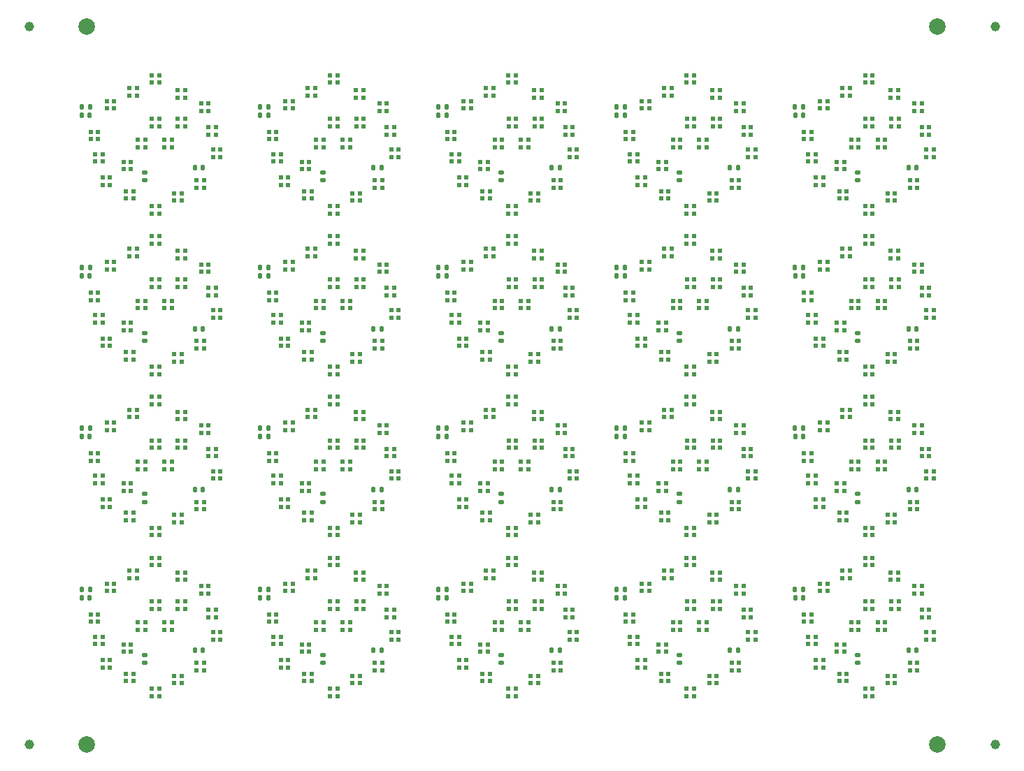
<source format=gbr>
%TF.GenerationSoftware,KiCad,Pcbnew,8.0.4*%
%TF.CreationDate,2024-10-23T13:10:21+11:00*%
%TF.ProjectId,panel,70616e65-6c2e-46b6-9963-61645f706362,rev?*%
%TF.SameCoordinates,Original*%
%TF.FileFunction,Soldermask,Top*%
%TF.FilePolarity,Negative*%
%FSLAX46Y46*%
G04 Gerber Fmt 4.6, Leading zero omitted, Abs format (unit mm)*
G04 Created by KiCad (PCBNEW 8.0.4) date 2024-10-23 13:10:21*
%MOMM*%
%LPD*%
G01*
G04 APERTURE LIST*
G04 Aperture macros list*
%AMRoundRect*
0 Rectangle with rounded corners*
0 $1 Rounding radius*
0 $2 $3 $4 $5 $6 $7 $8 $9 X,Y pos of 4 corners*
0 Add a 4 corners polygon primitive as box body*
4,1,4,$2,$3,$4,$5,$6,$7,$8,$9,$2,$3,0*
0 Add four circle primitives for the rounded corners*
1,1,$1+$1,$2,$3*
1,1,$1+$1,$4,$5*
1,1,$1+$1,$6,$7*
1,1,$1+$1,$8,$9*
0 Add four rect primitives between the rounded corners*
20,1,$1+$1,$2,$3,$4,$5,0*
20,1,$1+$1,$4,$5,$6,$7,0*
20,1,$1+$1,$6,$7,$8,$9,0*
20,1,$1+$1,$8,$9,$2,$3,0*%
G04 Aperture macros list end*
%ADD10R,0.500000X0.500000*%
%ADD11RoundRect,0.140000X-0.140000X-0.170000X0.140000X-0.170000X0.140000X0.170000X-0.140000X0.170000X0*%
%ADD12RoundRect,0.135000X0.135000X0.185000X-0.135000X0.185000X-0.135000X-0.185000X0.135000X-0.185000X0*%
%ADD13C,2.000000*%
%ADD14RoundRect,0.140000X0.170000X-0.140000X0.170000X0.140000X-0.170000X0.140000X-0.170000X-0.140000X0*%
%ADD15C,1.152000*%
G04 APERTURE END LIST*
D10*
%TO.C,D11*%
X58325000Y-42834347D03*
X58325000Y-41934347D03*
X57425000Y-41934347D03*
X57425000Y-42834347D03*
%TD*%
%TO.C,D7*%
X46356250Y-56369578D03*
X46356250Y-57269578D03*
X47256250Y-57269578D03*
X47256250Y-56369578D03*
%TD*%
%TO.C,D5*%
X66518750Y-11807493D03*
X66518750Y-12707493D03*
X67418750Y-12707493D03*
X67418750Y-11807493D03*
%TD*%
%TO.C,D2*%
X57831250Y-48931105D03*
X57831250Y-49831105D03*
X58731250Y-49831105D03*
X58731250Y-48931105D03*
%TD*%
D11*
%TO.C,C1*%
X8880000Y-13194000D03*
X9840000Y-13194000D03*
%TD*%
D10*
%TO.C,D15*%
X100327837Y-57872522D03*
X100327837Y-58772522D03*
X101227837Y-58772522D03*
X101227837Y-57872522D03*
%TD*%
%TO.C,D8*%
X88487500Y-80499224D03*
X88487500Y-79599224D03*
X87587500Y-79599224D03*
X87587500Y-80499224D03*
%TD*%
%TO.C,D13*%
X97775000Y-18830274D03*
X97775000Y-17930274D03*
X96875000Y-17930274D03*
X96875000Y-18830274D03*
%TD*%
%TO.C,D16*%
X37275357Y-56118005D03*
X38175357Y-56118005D03*
X38175357Y-55218005D03*
X37275357Y-55218005D03*
%TD*%
%TO.C,D9*%
X42568750Y-62568895D03*
X42568750Y-61668895D03*
X41668750Y-61668895D03*
X41668750Y-62568895D03*
%TD*%
%TO.C,D14*%
X75643750Y-74630422D03*
X75643750Y-73730422D03*
X74743750Y-73730422D03*
X74743750Y-74630422D03*
%TD*%
%TO.C,D3*%
X60550000Y-8361434D03*
X60550000Y-9261434D03*
X61450000Y-9261434D03*
X61450000Y-8361434D03*
%TD*%
%TO.C,D11*%
X36725000Y-62334347D03*
X36725000Y-61434347D03*
X35825000Y-61434347D03*
X35825000Y-62334347D03*
%TD*%
%TO.C,D3*%
X82150000Y-8361434D03*
X82150000Y-9261434D03*
X83050000Y-9261434D03*
X83050000Y-8361434D03*
%TD*%
%TO.C,D4*%
X63675000Y-10165653D03*
X63675000Y-11065653D03*
X64575000Y-11065653D03*
X64575000Y-10165653D03*
%TD*%
D11*
%TO.C,C1*%
X30480000Y-71694000D03*
X31440000Y-71694000D03*
%TD*%
D10*
%TO.C,D5*%
X66518750Y-70307493D03*
X66518750Y-71207493D03*
X67418750Y-71207493D03*
X67418750Y-70307493D03*
%TD*%
%TO.C,D8*%
X66887500Y-60999224D03*
X66887500Y-60099224D03*
X65987500Y-60099224D03*
X65987500Y-60999224D03*
%TD*%
%TO.C,D18*%
X38965165Y-73051132D03*
X39865165Y-73051132D03*
X39865165Y-72151132D03*
X38965165Y-72151132D03*
%TD*%
%TO.C,D4*%
X42075000Y-49165653D03*
X42075000Y-50065653D03*
X42975000Y-50065653D03*
X42975000Y-49165653D03*
%TD*%
%TO.C,D8*%
X66887500Y-41499224D03*
X66887500Y-40599224D03*
X65987500Y-40599224D03*
X65987500Y-41499224D03*
%TD*%
%TO.C,D12*%
X98681250Y-41192507D03*
X98681250Y-40292507D03*
X97781250Y-40292507D03*
X97781250Y-41192507D03*
%TD*%
%TO.C,D19*%
X106911190Y-72151132D03*
X106911190Y-73051132D03*
X107811190Y-73051132D03*
X107811190Y-72151132D03*
%TD*%
%TO.C,D10*%
X104650000Y-83638566D03*
X104650000Y-82738566D03*
X103750000Y-82738566D03*
X103750000Y-83638566D03*
%TD*%
D11*
%TO.C,C2*%
X87396000Y-58602000D03*
X88356000Y-58602000D03*
%TD*%
D10*
%TO.C,D10*%
X83050000Y-25138566D03*
X83050000Y-24238566D03*
X82150000Y-24238566D03*
X82150000Y-25138566D03*
%TD*%
%TO.C,D16*%
X37275357Y-17118005D03*
X38175357Y-17118005D03*
X38175357Y-16218005D03*
X37275357Y-16218005D03*
%TD*%
%TO.C,D7*%
X46356250Y-36869578D03*
X46356250Y-37769578D03*
X47256250Y-37769578D03*
X47256250Y-36869578D03*
%TD*%
D12*
%TO.C,R1*%
X74670000Y-12178000D03*
X73650000Y-12178000D03*
%TD*%
D10*
%TO.C,D6*%
X89025000Y-53669726D03*
X89025000Y-54569726D03*
X89925000Y-54569726D03*
X89925000Y-53669726D03*
%TD*%
%TO.C,D2*%
X101031250Y-48931105D03*
X101031250Y-49831105D03*
X101931250Y-49831105D03*
X101931250Y-48931105D03*
%TD*%
%TO.C,D7*%
X24756250Y-36869578D03*
X24756250Y-37769578D03*
X25656250Y-37769578D03*
X25656250Y-36869578D03*
%TD*%
%TO.C,D14*%
X97243750Y-74630422D03*
X97243750Y-73730422D03*
X96343750Y-73730422D03*
X96343750Y-74630422D03*
%TD*%
%TO.C,D12*%
X77081250Y-41192507D03*
X77081250Y-40292507D03*
X76181250Y-40292507D03*
X76181250Y-41192507D03*
%TD*%
%TO.C,D15*%
X57127837Y-77372522D03*
X57127837Y-78272522D03*
X58027837Y-78272522D03*
X58027837Y-77372522D03*
%TD*%
%TO.C,D17*%
X62076664Y-36618005D03*
X62976664Y-36618005D03*
X62976664Y-35718005D03*
X62076664Y-35718005D03*
%TD*%
%TO.C,D14*%
X10843750Y-16130422D03*
X10843750Y-15230422D03*
X9943750Y-15230422D03*
X9943750Y-16130422D03*
%TD*%
%TO.C,D1*%
X98312500Y-11500776D03*
X98312500Y-12400776D03*
X99212500Y-12400776D03*
X99212500Y-11500776D03*
%TD*%
D13*
%TO.C,KiKit_FID_T_4*%
X112500000Y-89500000D03*
%TD*%
D10*
%TO.C,D4*%
X42075000Y-29665653D03*
X42075000Y-30565653D03*
X42975000Y-30565653D03*
X42975000Y-29665653D03*
%TD*%
D11*
%TO.C,C2*%
X87396000Y-39102000D03*
X88356000Y-39102000D03*
%TD*%
D12*
%TO.C,R1*%
X96270000Y-31678000D03*
X95250000Y-31678000D03*
%TD*%
D10*
%TO.C,D11*%
X79925000Y-42834347D03*
X79925000Y-41934347D03*
X79025000Y-41934347D03*
X79025000Y-42834347D03*
%TD*%
D13*
%TO.C,KiKit_FID_T_1*%
X9500000Y-2500000D03*
%TD*%
D10*
%TO.C,D4*%
X63675000Y-29665653D03*
X63675000Y-30565653D03*
X64575000Y-30565653D03*
X64575000Y-29665653D03*
%TD*%
%TO.C,D5*%
X23318750Y-11807493D03*
X23318750Y-12707493D03*
X24218750Y-12707493D03*
X24218750Y-11807493D03*
%TD*%
%TO.C,D9*%
X85768750Y-82068895D03*
X85768750Y-81168895D03*
X84868750Y-81168895D03*
X84868750Y-82068895D03*
%TD*%
%TO.C,D3*%
X103750000Y-8361434D03*
X103750000Y-9261434D03*
X104650000Y-9261434D03*
X104650000Y-8361434D03*
%TD*%
%TO.C,D11*%
X15125000Y-81834347D03*
X15125000Y-80934347D03*
X14225000Y-80934347D03*
X14225000Y-81834347D03*
%TD*%
%TO.C,D8*%
X66887500Y-21999224D03*
X66887500Y-21099224D03*
X65987500Y-21099224D03*
X65987500Y-21999224D03*
%TD*%
D11*
%TO.C,C2*%
X87396000Y-19602000D03*
X88356000Y-19602000D03*
%TD*%
D14*
%TO.C,C3*%
X81272000Y-40598000D03*
X81272000Y-39638000D03*
%TD*%
D10*
%TO.C,D17*%
X105276664Y-75618005D03*
X106176664Y-75618005D03*
X106176664Y-74718005D03*
X105276664Y-74718005D03*
%TD*%
D11*
%TO.C,C1*%
X95280000Y-32694000D03*
X96240000Y-32694000D03*
%TD*%
D10*
%TO.C,D18*%
X103765165Y-14551132D03*
X104665165Y-14551132D03*
X104665165Y-13651132D03*
X103765165Y-13651132D03*
%TD*%
D11*
%TO.C,C2*%
X108996000Y-58602000D03*
X109956000Y-58602000D03*
%TD*%
D10*
%TO.C,D15*%
X57127837Y-57872522D03*
X57127837Y-58772522D03*
X58027837Y-58772522D03*
X58027837Y-57872522D03*
%TD*%
D11*
%TO.C,C2*%
X65796000Y-78102000D03*
X66756000Y-78102000D03*
%TD*%
D10*
%TO.C,D9*%
X64168750Y-82068895D03*
X64168750Y-81168895D03*
X63268750Y-81168895D03*
X63268750Y-82068895D03*
%TD*%
%TO.C,D3*%
X38950000Y-27861434D03*
X38950000Y-28761434D03*
X39850000Y-28761434D03*
X39850000Y-27861434D03*
%TD*%
%TO.C,D9*%
X42568750Y-43068895D03*
X42568750Y-42168895D03*
X41668750Y-42168895D03*
X41668750Y-43068895D03*
%TD*%
D14*
%TO.C,C3*%
X81272000Y-21098000D03*
X81272000Y-20138000D03*
%TD*%
D10*
%TO.C,D4*%
X20475000Y-10165653D03*
X20475000Y-11065653D03*
X21375000Y-11065653D03*
X21375000Y-10165653D03*
%TD*%
D11*
%TO.C,C1*%
X73680000Y-32694000D03*
X74640000Y-32694000D03*
%TD*%
D10*
%TO.C,D12*%
X98681250Y-60692507D03*
X98681250Y-59792507D03*
X97781250Y-59792507D03*
X97781250Y-60692507D03*
%TD*%
%TO.C,D19*%
X63711190Y-33151132D03*
X63711190Y-34051132D03*
X64611190Y-34051132D03*
X64611190Y-33151132D03*
%TD*%
%TO.C,D10*%
X61450000Y-44638566D03*
X61450000Y-43738566D03*
X60550000Y-43738566D03*
X60550000Y-44638566D03*
%TD*%
%TO.C,D17*%
X105276664Y-56118005D03*
X106176664Y-56118005D03*
X106176664Y-55218005D03*
X105276664Y-55218005D03*
%TD*%
%TO.C,D2*%
X14631250Y-48931105D03*
X14631250Y-49831105D03*
X15531250Y-49831105D03*
X15531250Y-48931105D03*
%TD*%
%TO.C,D5*%
X88118750Y-11807493D03*
X88118750Y-12707493D03*
X89018750Y-12707493D03*
X89018750Y-11807493D03*
%TD*%
%TO.C,D5*%
X66518750Y-31307493D03*
X66518750Y-32207493D03*
X67418750Y-32207493D03*
X67418750Y-31307493D03*
%TD*%
%TO.C,D14*%
X32443750Y-55130422D03*
X32443750Y-54230422D03*
X31543750Y-54230422D03*
X31543750Y-55130422D03*
%TD*%
%TO.C,D18*%
X17365165Y-14551132D03*
X18265165Y-14551132D03*
X18265165Y-13651132D03*
X17365165Y-13651132D03*
%TD*%
%TO.C,D19*%
X42111190Y-13651132D03*
X42111190Y-14551132D03*
X43011190Y-14551132D03*
X43011190Y-13651132D03*
%TD*%
%TO.C,D8*%
X88487500Y-60999224D03*
X88487500Y-60099224D03*
X87587500Y-60099224D03*
X87587500Y-60999224D03*
%TD*%
%TO.C,D14*%
X10843750Y-35630422D03*
X10843750Y-34730422D03*
X9943750Y-34730422D03*
X9943750Y-35630422D03*
%TD*%
%TO.C,D10*%
X18250000Y-25138566D03*
X18250000Y-24238566D03*
X17350000Y-24238566D03*
X17350000Y-25138566D03*
%TD*%
%TO.C,D12*%
X12281250Y-21692507D03*
X12281250Y-20792507D03*
X11381250Y-20792507D03*
X11381250Y-21692507D03*
%TD*%
%TO.C,D2*%
X79431250Y-29431105D03*
X79431250Y-30331105D03*
X80331250Y-30331105D03*
X80331250Y-29431105D03*
%TD*%
D11*
%TO.C,C1*%
X73680000Y-13194000D03*
X74640000Y-13194000D03*
%TD*%
D10*
%TO.C,D15*%
X100327837Y-18872522D03*
X100327837Y-19772522D03*
X101227837Y-19772522D03*
X101227837Y-18872522D03*
%TD*%
%TO.C,D8*%
X23687500Y-21999224D03*
X23687500Y-21099224D03*
X22787500Y-21099224D03*
X22787500Y-21999224D03*
%TD*%
D13*
%TO.C,KiKit_FID_T_3*%
X9500000Y-89500000D03*
%TD*%
D10*
%TO.C,D7*%
X67956250Y-75869578D03*
X67956250Y-76769578D03*
X68856250Y-76769578D03*
X68856250Y-75869578D03*
%TD*%
D12*
%TO.C,R1*%
X96270000Y-12178000D03*
X95250000Y-12178000D03*
%TD*%
D10*
%TO.C,D10*%
X61450000Y-25138566D03*
X61450000Y-24238566D03*
X60550000Y-24238566D03*
X60550000Y-25138566D03*
%TD*%
D12*
%TO.C,R1*%
X53070000Y-31678000D03*
X52050000Y-31678000D03*
%TD*%
D10*
%TO.C,D1*%
X33512500Y-11500776D03*
X33512500Y-12400776D03*
X34412500Y-12400776D03*
X34412500Y-11500776D03*
%TD*%
%TO.C,D8*%
X88487500Y-21999224D03*
X88487500Y-21099224D03*
X87587500Y-21099224D03*
X87587500Y-21999224D03*
%TD*%
D11*
%TO.C,C1*%
X73680000Y-52194000D03*
X74640000Y-52194000D03*
%TD*%
%TO.C,C2*%
X87396000Y-78102000D03*
X88356000Y-78102000D03*
%TD*%
D10*
%TO.C,D10*%
X18250000Y-83638566D03*
X18250000Y-82738566D03*
X17350000Y-82738566D03*
X17350000Y-83638566D03*
%TD*%
D14*
%TO.C,C3*%
X38072000Y-79598000D03*
X38072000Y-78638000D03*
%TD*%
D10*
%TO.C,D17*%
X40476664Y-17118005D03*
X41376664Y-17118005D03*
X41376664Y-16218005D03*
X40476664Y-16218005D03*
%TD*%
D11*
%TO.C,C2*%
X44196000Y-58602000D03*
X45156000Y-58602000D03*
%TD*%
D10*
%TO.C,D8*%
X23687500Y-41499224D03*
X23687500Y-40599224D03*
X22787500Y-40599224D03*
X22787500Y-41499224D03*
%TD*%
%TO.C,D18*%
X60565165Y-34051132D03*
X61465165Y-34051132D03*
X61465165Y-33151132D03*
X60565165Y-33151132D03*
%TD*%
%TO.C,D8*%
X88487500Y-41499224D03*
X88487500Y-40599224D03*
X87587500Y-40599224D03*
X87587500Y-41499224D03*
%TD*%
%TO.C,D6*%
X45825000Y-34169726D03*
X45825000Y-35069726D03*
X46725000Y-35069726D03*
X46725000Y-34169726D03*
%TD*%
%TO.C,D19*%
X20511190Y-72151132D03*
X20511190Y-73051132D03*
X21411190Y-73051132D03*
X21411190Y-72151132D03*
%TD*%
%TO.C,D3*%
X17350000Y-66861434D03*
X17350000Y-67761434D03*
X18250000Y-67761434D03*
X18250000Y-66861434D03*
%TD*%
%TO.C,D11*%
X101525000Y-81834347D03*
X101525000Y-80934347D03*
X100625000Y-80934347D03*
X100625000Y-81834347D03*
%TD*%
%TO.C,D18*%
X17365165Y-53551132D03*
X18265165Y-53551132D03*
X18265165Y-52651132D03*
X17365165Y-52651132D03*
%TD*%
D12*
%TO.C,R1*%
X74670000Y-70678000D03*
X73650000Y-70678000D03*
%TD*%
D10*
%TO.C,D1*%
X33512500Y-31000776D03*
X33512500Y-31900776D03*
X34412500Y-31900776D03*
X34412500Y-31000776D03*
%TD*%
%TO.C,D12*%
X33881250Y-41192507D03*
X33881250Y-40292507D03*
X32981250Y-40292507D03*
X32981250Y-41192507D03*
%TD*%
%TO.C,D8*%
X110087500Y-80499224D03*
X110087500Y-79599224D03*
X109187500Y-79599224D03*
X109187500Y-80499224D03*
%TD*%
%TO.C,D6*%
X24225000Y-34169726D03*
X24225000Y-35069726D03*
X25125000Y-35069726D03*
X25125000Y-34169726D03*
%TD*%
%TO.C,D3*%
X60550000Y-66861434D03*
X60550000Y-67761434D03*
X61450000Y-67761434D03*
X61450000Y-66861434D03*
%TD*%
D12*
%TO.C,R1*%
X9870000Y-12178000D03*
X8850000Y-12178000D03*
%TD*%
D15*
%TO.C,KiKit_TO_4*%
X119500000Y-89500000D03*
%TD*%
D10*
%TO.C,D16*%
X80475357Y-17118005D03*
X81375357Y-17118005D03*
X81375357Y-16218005D03*
X80475357Y-16218005D03*
%TD*%
%TO.C,D14*%
X75643750Y-55130422D03*
X75643750Y-54230422D03*
X74743750Y-54230422D03*
X74743750Y-55130422D03*
%TD*%
%TO.C,D9*%
X20968750Y-23568895D03*
X20968750Y-22668895D03*
X20068750Y-22668895D03*
X20068750Y-23568895D03*
%TD*%
%TO.C,D19*%
X85311190Y-13651132D03*
X85311190Y-14551132D03*
X86211190Y-14551132D03*
X86211190Y-13651132D03*
%TD*%
%TO.C,D9*%
X85768750Y-43068895D03*
X85768750Y-42168895D03*
X84868750Y-42168895D03*
X84868750Y-43068895D03*
%TD*%
%TO.C,D16*%
X58875357Y-36618005D03*
X59775357Y-36618005D03*
X59775357Y-35718005D03*
X58875357Y-35718005D03*
%TD*%
%TO.C,D6*%
X110625000Y-73169726D03*
X110625000Y-74069726D03*
X111525000Y-74069726D03*
X111525000Y-73169726D03*
%TD*%
D11*
%TO.C,C1*%
X52080000Y-32694000D03*
X53040000Y-32694000D03*
%TD*%
D14*
%TO.C,C3*%
X59672000Y-60098000D03*
X59672000Y-59138000D03*
%TD*%
D10*
%TO.C,D11*%
X101525000Y-23334347D03*
X101525000Y-22434347D03*
X100625000Y-22434347D03*
X100625000Y-23334347D03*
%TD*%
%TO.C,D19*%
X42111190Y-52651132D03*
X42111190Y-53551132D03*
X43011190Y-53551132D03*
X43011190Y-52651132D03*
%TD*%
D12*
%TO.C,R1*%
X31470000Y-70678000D03*
X30450000Y-70678000D03*
%TD*%
D10*
%TO.C,D3*%
X17350000Y-47361434D03*
X17350000Y-48261434D03*
X18250000Y-48261434D03*
X18250000Y-47361434D03*
%TD*%
%TO.C,D17*%
X18876664Y-56118005D03*
X19776664Y-56118005D03*
X19776664Y-55218005D03*
X18876664Y-55218005D03*
%TD*%
%TO.C,D16*%
X58875357Y-75618005D03*
X59775357Y-75618005D03*
X59775357Y-74718005D03*
X58875357Y-74718005D03*
%TD*%
%TO.C,D17*%
X105276664Y-36618005D03*
X106176664Y-36618005D03*
X106176664Y-35718005D03*
X105276664Y-35718005D03*
%TD*%
%TO.C,D9*%
X20968750Y-82068895D03*
X20968750Y-81168895D03*
X20068750Y-81168895D03*
X20068750Y-82068895D03*
%TD*%
%TO.C,D8*%
X110087500Y-60999224D03*
X110087500Y-60099224D03*
X109187500Y-60099224D03*
X109187500Y-60999224D03*
%TD*%
%TO.C,D14*%
X54043750Y-35630422D03*
X54043750Y-34730422D03*
X53143750Y-34730422D03*
X53143750Y-35630422D03*
%TD*%
D12*
%TO.C,R1*%
X96270000Y-70678000D03*
X95250000Y-70678000D03*
%TD*%
D10*
%TO.C,D18*%
X17365165Y-34051132D03*
X18265165Y-34051132D03*
X18265165Y-33151132D03*
X17365165Y-33151132D03*
%TD*%
%TO.C,D8*%
X45287500Y-80499224D03*
X45287500Y-79599224D03*
X44387500Y-79599224D03*
X44387500Y-80499224D03*
%TD*%
%TO.C,D18*%
X38965165Y-14551132D03*
X39865165Y-14551132D03*
X39865165Y-13651132D03*
X38965165Y-13651132D03*
%TD*%
%TO.C,D6*%
X67425000Y-14669726D03*
X67425000Y-15569726D03*
X68325000Y-15569726D03*
X68325000Y-14669726D03*
%TD*%
%TO.C,D14*%
X97243750Y-16130422D03*
X97243750Y-15230422D03*
X96343750Y-15230422D03*
X96343750Y-16130422D03*
%TD*%
%TO.C,D14*%
X54043750Y-55130422D03*
X54043750Y-54230422D03*
X53143750Y-54230422D03*
X53143750Y-55130422D03*
%TD*%
D14*
%TO.C,C3*%
X102872000Y-40598000D03*
X102872000Y-39638000D03*
%TD*%
D10*
%TO.C,D7*%
X111156250Y-56369578D03*
X111156250Y-57269578D03*
X112056250Y-57269578D03*
X112056250Y-56369578D03*
%TD*%
%TO.C,D13*%
X76175000Y-18830274D03*
X76175000Y-17930274D03*
X75275000Y-17930274D03*
X75275000Y-18830274D03*
%TD*%
%TO.C,D4*%
X106875000Y-68665653D03*
X106875000Y-69565653D03*
X107775000Y-69565653D03*
X107775000Y-68665653D03*
%TD*%
%TO.C,D1*%
X98312500Y-31000776D03*
X98312500Y-31900776D03*
X99212500Y-31900776D03*
X99212500Y-31000776D03*
%TD*%
%TO.C,D4*%
X85275000Y-29665653D03*
X85275000Y-30565653D03*
X86175000Y-30565653D03*
X86175000Y-29665653D03*
%TD*%
%TO.C,D4*%
X85275000Y-68665653D03*
X85275000Y-69565653D03*
X86175000Y-69565653D03*
X86175000Y-68665653D03*
%TD*%
%TO.C,D18*%
X60565165Y-53551132D03*
X61465165Y-53551132D03*
X61465165Y-52651132D03*
X60565165Y-52651132D03*
%TD*%
%TO.C,D13*%
X76175000Y-77330274D03*
X76175000Y-76430274D03*
X75275000Y-76430274D03*
X75275000Y-77330274D03*
%TD*%
%TO.C,D16*%
X37275357Y-36618005D03*
X38175357Y-36618005D03*
X38175357Y-35718005D03*
X37275357Y-35718005D03*
%TD*%
%TO.C,D12*%
X55481250Y-41192507D03*
X55481250Y-40292507D03*
X54581250Y-40292507D03*
X54581250Y-41192507D03*
%TD*%
%TO.C,D19*%
X63711190Y-72151132D03*
X63711190Y-73051132D03*
X64611190Y-73051132D03*
X64611190Y-72151132D03*
%TD*%
D11*
%TO.C,C1*%
X30480000Y-13194000D03*
X31440000Y-13194000D03*
%TD*%
D10*
%TO.C,D4*%
X42075000Y-10165653D03*
X42075000Y-11065653D03*
X42975000Y-11065653D03*
X42975000Y-10165653D03*
%TD*%
%TO.C,D18*%
X60565165Y-73051132D03*
X61465165Y-73051132D03*
X61465165Y-72151132D03*
X60565165Y-72151132D03*
%TD*%
%TO.C,D3*%
X103750000Y-27861434D03*
X103750000Y-28761434D03*
X104650000Y-28761434D03*
X104650000Y-27861434D03*
%TD*%
D11*
%TO.C,C2*%
X65796000Y-58602000D03*
X66756000Y-58602000D03*
%TD*%
%TO.C,C1*%
X8880000Y-71694000D03*
X9840000Y-71694000D03*
%TD*%
D10*
%TO.C,D18*%
X38965165Y-34051132D03*
X39865165Y-34051132D03*
X39865165Y-33151132D03*
X38965165Y-33151132D03*
%TD*%
%TO.C,D7*%
X67956250Y-56369578D03*
X67956250Y-57269578D03*
X68856250Y-57269578D03*
X68856250Y-56369578D03*
%TD*%
%TO.C,D1*%
X11912500Y-50500776D03*
X11912500Y-51400776D03*
X12812500Y-51400776D03*
X12812500Y-50500776D03*
%TD*%
%TO.C,D9*%
X107368750Y-62568895D03*
X107368750Y-61668895D03*
X106468750Y-61668895D03*
X106468750Y-62568895D03*
%TD*%
%TO.C,D12*%
X77081250Y-80192507D03*
X77081250Y-79292507D03*
X76181250Y-79292507D03*
X76181250Y-80192507D03*
%TD*%
%TO.C,D13*%
X97775000Y-38330274D03*
X97775000Y-37430274D03*
X96875000Y-37430274D03*
X96875000Y-38330274D03*
%TD*%
%TO.C,D17*%
X18876664Y-36618005D03*
X19776664Y-36618005D03*
X19776664Y-35718005D03*
X18876664Y-35718005D03*
%TD*%
%TO.C,D4*%
X85275000Y-49165653D03*
X85275000Y-50065653D03*
X86175000Y-50065653D03*
X86175000Y-49165653D03*
%TD*%
%TO.C,D7*%
X111156250Y-17369578D03*
X111156250Y-18269578D03*
X112056250Y-18269578D03*
X112056250Y-17369578D03*
%TD*%
%TO.C,D17*%
X83676664Y-56118005D03*
X84576664Y-56118005D03*
X84576664Y-55218005D03*
X83676664Y-55218005D03*
%TD*%
%TO.C,D10*%
X39850000Y-64138566D03*
X39850000Y-63238566D03*
X38950000Y-63238566D03*
X38950000Y-64138566D03*
%TD*%
%TO.C,D2*%
X14631250Y-9931105D03*
X14631250Y-10831105D03*
X15531250Y-10831105D03*
X15531250Y-9931105D03*
%TD*%
%TO.C,D17*%
X18876664Y-17118005D03*
X19776664Y-17118005D03*
X19776664Y-16218005D03*
X18876664Y-16218005D03*
%TD*%
%TO.C,D2*%
X57831250Y-9931105D03*
X57831250Y-10831105D03*
X58731250Y-10831105D03*
X58731250Y-9931105D03*
%TD*%
%TO.C,D13*%
X97775000Y-57830274D03*
X97775000Y-56930274D03*
X96875000Y-56930274D03*
X96875000Y-57830274D03*
%TD*%
%TO.C,D14*%
X10843750Y-55130422D03*
X10843750Y-54230422D03*
X9943750Y-54230422D03*
X9943750Y-55130422D03*
%TD*%
D14*
%TO.C,C3*%
X38072000Y-40598000D03*
X38072000Y-39638000D03*
%TD*%
D10*
%TO.C,D7*%
X67956250Y-17369578D03*
X67956250Y-18269578D03*
X68856250Y-18269578D03*
X68856250Y-17369578D03*
%TD*%
%TO.C,D18*%
X82165165Y-53551132D03*
X83065165Y-53551132D03*
X83065165Y-52651132D03*
X82165165Y-52651132D03*
%TD*%
%TO.C,D15*%
X100327837Y-77372522D03*
X100327837Y-78272522D03*
X101227837Y-78272522D03*
X101227837Y-77372522D03*
%TD*%
%TO.C,D6*%
X110625000Y-34169726D03*
X110625000Y-35069726D03*
X111525000Y-35069726D03*
X111525000Y-34169726D03*
%TD*%
%TO.C,D5*%
X88118750Y-31307493D03*
X88118750Y-32207493D03*
X89018750Y-32207493D03*
X89018750Y-31307493D03*
%TD*%
%TO.C,D15*%
X78727837Y-77372522D03*
X78727837Y-78272522D03*
X79627837Y-78272522D03*
X79627837Y-77372522D03*
%TD*%
%TO.C,D9*%
X42568750Y-82068895D03*
X42568750Y-81168895D03*
X41668750Y-81168895D03*
X41668750Y-82068895D03*
%TD*%
D11*
%TO.C,C1*%
X52080000Y-71694000D03*
X53040000Y-71694000D03*
%TD*%
D10*
%TO.C,D13*%
X54575000Y-18830274D03*
X54575000Y-17930274D03*
X53675000Y-17930274D03*
X53675000Y-18830274D03*
%TD*%
%TO.C,D14*%
X75643750Y-16130422D03*
X75643750Y-15230422D03*
X74743750Y-15230422D03*
X74743750Y-16130422D03*
%TD*%
%TO.C,D19*%
X106911190Y-52651132D03*
X106911190Y-53551132D03*
X107811190Y-53551132D03*
X107811190Y-52651132D03*
%TD*%
%TO.C,D5*%
X88118750Y-70307493D03*
X88118750Y-71207493D03*
X89018750Y-71207493D03*
X89018750Y-70307493D03*
%TD*%
%TO.C,D10*%
X39850000Y-83638566D03*
X39850000Y-82738566D03*
X38950000Y-82738566D03*
X38950000Y-83638566D03*
%TD*%
%TO.C,D4*%
X63675000Y-68665653D03*
X63675000Y-69565653D03*
X64575000Y-69565653D03*
X64575000Y-68665653D03*
%TD*%
D14*
%TO.C,C3*%
X16472000Y-79598000D03*
X16472000Y-78638000D03*
%TD*%
D10*
%TO.C,D15*%
X78727837Y-18872522D03*
X78727837Y-19772522D03*
X79627837Y-19772522D03*
X79627837Y-18872522D03*
%TD*%
%TO.C,D11*%
X58325000Y-23334347D03*
X58325000Y-22434347D03*
X57425000Y-22434347D03*
X57425000Y-23334347D03*
%TD*%
%TO.C,D5*%
X109718750Y-11807493D03*
X109718750Y-12707493D03*
X110618750Y-12707493D03*
X110618750Y-11807493D03*
%TD*%
%TO.C,D13*%
X11375000Y-57830274D03*
X11375000Y-56930274D03*
X10475000Y-56930274D03*
X10475000Y-57830274D03*
%TD*%
%TO.C,D10*%
X104650000Y-64138566D03*
X104650000Y-63238566D03*
X103750000Y-63238566D03*
X103750000Y-64138566D03*
%TD*%
%TO.C,D13*%
X11375000Y-38330274D03*
X11375000Y-37430274D03*
X10475000Y-37430274D03*
X10475000Y-38330274D03*
%TD*%
%TO.C,D13*%
X54575000Y-57830274D03*
X54575000Y-56930274D03*
X53675000Y-56930274D03*
X53675000Y-57830274D03*
%TD*%
%TO.C,D15*%
X57127837Y-38372522D03*
X57127837Y-39272522D03*
X58027837Y-39272522D03*
X58027837Y-38372522D03*
%TD*%
%TO.C,D9*%
X20968750Y-62568895D03*
X20968750Y-61668895D03*
X20068750Y-61668895D03*
X20068750Y-62568895D03*
%TD*%
%TO.C,D11*%
X58325000Y-62334347D03*
X58325000Y-61434347D03*
X57425000Y-61434347D03*
X57425000Y-62334347D03*
%TD*%
%TO.C,D6*%
X67425000Y-34169726D03*
X67425000Y-35069726D03*
X68325000Y-35069726D03*
X68325000Y-34169726D03*
%TD*%
D11*
%TO.C,C1*%
X52080000Y-52194000D03*
X53040000Y-52194000D03*
%TD*%
D10*
%TO.C,D14*%
X32443750Y-16130422D03*
X32443750Y-15230422D03*
X31543750Y-15230422D03*
X31543750Y-16130422D03*
%TD*%
D11*
%TO.C,C1*%
X95280000Y-52194000D03*
X96240000Y-52194000D03*
%TD*%
D10*
%TO.C,D3*%
X17350000Y-8361434D03*
X17350000Y-9261434D03*
X18250000Y-9261434D03*
X18250000Y-8361434D03*
%TD*%
D12*
%TO.C,R1*%
X9870000Y-51178000D03*
X8850000Y-51178000D03*
%TD*%
D10*
%TO.C,D17*%
X40476664Y-36618005D03*
X41376664Y-36618005D03*
X41376664Y-35718005D03*
X40476664Y-35718005D03*
%TD*%
D15*
%TO.C,KiKit_TO_1*%
X2500000Y-2500000D03*
%TD*%
D14*
%TO.C,C3*%
X59672000Y-21098000D03*
X59672000Y-20138000D03*
%TD*%
D10*
%TO.C,D8*%
X23687500Y-60999224D03*
X23687500Y-60099224D03*
X22787500Y-60099224D03*
X22787500Y-60999224D03*
%TD*%
%TO.C,D12*%
X77081250Y-60692507D03*
X77081250Y-59792507D03*
X76181250Y-59792507D03*
X76181250Y-60692507D03*
%TD*%
%TO.C,D15*%
X35527837Y-77372522D03*
X35527837Y-78272522D03*
X36427837Y-78272522D03*
X36427837Y-77372522D03*
%TD*%
%TO.C,D5*%
X44918750Y-50807493D03*
X44918750Y-51707493D03*
X45818750Y-51707493D03*
X45818750Y-50807493D03*
%TD*%
%TO.C,D11*%
X15125000Y-62334347D03*
X15125000Y-61434347D03*
X14225000Y-61434347D03*
X14225000Y-62334347D03*
%TD*%
%TO.C,D17*%
X83676664Y-75618005D03*
X84576664Y-75618005D03*
X84576664Y-74718005D03*
X83676664Y-74718005D03*
%TD*%
%TO.C,D3*%
X82150000Y-47361434D03*
X82150000Y-48261434D03*
X83050000Y-48261434D03*
X83050000Y-47361434D03*
%TD*%
D11*
%TO.C,C1*%
X30480000Y-32694000D03*
X31440000Y-32694000D03*
%TD*%
D10*
%TO.C,D2*%
X79431250Y-68431105D03*
X79431250Y-69331105D03*
X80331250Y-69331105D03*
X80331250Y-68431105D03*
%TD*%
%TO.C,D3*%
X103750000Y-47361434D03*
X103750000Y-48261434D03*
X104650000Y-48261434D03*
X104650000Y-47361434D03*
%TD*%
D12*
%TO.C,R1*%
X53070000Y-51178000D03*
X52050000Y-51178000D03*
%TD*%
D10*
%TO.C,D4*%
X20475000Y-29665653D03*
X20475000Y-30565653D03*
X21375000Y-30565653D03*
X21375000Y-29665653D03*
%TD*%
%TO.C,D15*%
X13927837Y-77372522D03*
X13927837Y-78272522D03*
X14827837Y-78272522D03*
X14827837Y-77372522D03*
%TD*%
%TO.C,D5*%
X109718750Y-50807493D03*
X109718750Y-51707493D03*
X110618750Y-51707493D03*
X110618750Y-50807493D03*
%TD*%
%TO.C,D14*%
X32443750Y-35630422D03*
X32443750Y-34730422D03*
X31543750Y-34730422D03*
X31543750Y-35630422D03*
%TD*%
D14*
%TO.C,C3*%
X81272000Y-79598000D03*
X81272000Y-78638000D03*
%TD*%
D10*
%TO.C,D19*%
X42111190Y-72151132D03*
X42111190Y-73051132D03*
X43011190Y-73051132D03*
X43011190Y-72151132D03*
%TD*%
%TO.C,D18*%
X17365165Y-73051132D03*
X18265165Y-73051132D03*
X18265165Y-72151132D03*
X17365165Y-72151132D03*
%TD*%
%TO.C,D5*%
X44918750Y-70307493D03*
X44918750Y-71207493D03*
X45818750Y-71207493D03*
X45818750Y-70307493D03*
%TD*%
%TO.C,D12*%
X33881250Y-80192507D03*
X33881250Y-79292507D03*
X32981250Y-79292507D03*
X32981250Y-80192507D03*
%TD*%
%TO.C,D17*%
X62076664Y-17118005D03*
X62976664Y-17118005D03*
X62976664Y-16218005D03*
X62076664Y-16218005D03*
%TD*%
D11*
%TO.C,C2*%
X22596000Y-58602000D03*
X23556000Y-58602000D03*
%TD*%
D10*
%TO.C,D7*%
X89556250Y-36869578D03*
X89556250Y-37769578D03*
X90456250Y-37769578D03*
X90456250Y-36869578D03*
%TD*%
%TO.C,D18*%
X60565165Y-14551132D03*
X61465165Y-14551132D03*
X61465165Y-13651132D03*
X60565165Y-13651132D03*
%TD*%
%TO.C,D13*%
X54575000Y-38330274D03*
X54575000Y-37430274D03*
X53675000Y-37430274D03*
X53675000Y-38330274D03*
%TD*%
D11*
%TO.C,C2*%
X22596000Y-78102000D03*
X23556000Y-78102000D03*
%TD*%
D10*
%TO.C,D6*%
X67425000Y-73169726D03*
X67425000Y-74069726D03*
X68325000Y-74069726D03*
X68325000Y-73169726D03*
%TD*%
%TO.C,D13*%
X76175000Y-38330274D03*
X76175000Y-37430274D03*
X75275000Y-37430274D03*
X75275000Y-38330274D03*
%TD*%
%TO.C,D12*%
X12281250Y-41192507D03*
X12281250Y-40292507D03*
X11381250Y-40292507D03*
X11381250Y-41192507D03*
%TD*%
%TO.C,D10*%
X39850000Y-25138566D03*
X39850000Y-24238566D03*
X38950000Y-24238566D03*
X38950000Y-25138566D03*
%TD*%
%TO.C,D2*%
X36231250Y-29431105D03*
X36231250Y-30331105D03*
X37131250Y-30331105D03*
X37131250Y-29431105D03*
%TD*%
%TO.C,D19*%
X63711190Y-13651132D03*
X63711190Y-14551132D03*
X64611190Y-14551132D03*
X64611190Y-13651132D03*
%TD*%
%TO.C,D15*%
X100327837Y-38372522D03*
X100327837Y-39272522D03*
X101227837Y-39272522D03*
X101227837Y-38372522D03*
%TD*%
%TO.C,D17*%
X105276664Y-17118005D03*
X106176664Y-17118005D03*
X106176664Y-16218005D03*
X105276664Y-16218005D03*
%TD*%
%TO.C,D13*%
X32975000Y-18830274D03*
X32975000Y-17930274D03*
X32075000Y-17930274D03*
X32075000Y-18830274D03*
%TD*%
D12*
%TO.C,R1*%
X31470000Y-12178000D03*
X30450000Y-12178000D03*
%TD*%
D10*
%TO.C,D16*%
X15675357Y-56118005D03*
X16575357Y-56118005D03*
X16575357Y-55218005D03*
X15675357Y-55218005D03*
%TD*%
%TO.C,D2*%
X36231250Y-9931105D03*
X36231250Y-10831105D03*
X37131250Y-10831105D03*
X37131250Y-9931105D03*
%TD*%
%TO.C,D17*%
X83676664Y-17118005D03*
X84576664Y-17118005D03*
X84576664Y-16218005D03*
X83676664Y-16218005D03*
%TD*%
%TO.C,D1*%
X55112500Y-50500776D03*
X55112500Y-51400776D03*
X56012500Y-51400776D03*
X56012500Y-50500776D03*
%TD*%
%TO.C,D19*%
X20511190Y-33151132D03*
X20511190Y-34051132D03*
X21411190Y-34051132D03*
X21411190Y-33151132D03*
%TD*%
%TO.C,D16*%
X58875357Y-17118005D03*
X59775357Y-17118005D03*
X59775357Y-16218005D03*
X58875357Y-16218005D03*
%TD*%
%TO.C,D6*%
X89025000Y-34169726D03*
X89025000Y-35069726D03*
X89925000Y-35069726D03*
X89925000Y-34169726D03*
%TD*%
D11*
%TO.C,C2*%
X44196000Y-39102000D03*
X45156000Y-39102000D03*
%TD*%
D10*
%TO.C,D4*%
X85275000Y-10165653D03*
X85275000Y-11065653D03*
X86175000Y-11065653D03*
X86175000Y-10165653D03*
%TD*%
D14*
%TO.C,C3*%
X102872000Y-60098000D03*
X102872000Y-59138000D03*
%TD*%
D10*
%TO.C,D4*%
X42075000Y-68665653D03*
X42075000Y-69565653D03*
X42975000Y-69565653D03*
X42975000Y-68665653D03*
%TD*%
%TO.C,D7*%
X67956250Y-36869578D03*
X67956250Y-37769578D03*
X68856250Y-37769578D03*
X68856250Y-36869578D03*
%TD*%
D14*
%TO.C,C3*%
X16472000Y-40598000D03*
X16472000Y-39638000D03*
%TD*%
D10*
%TO.C,D5*%
X66518750Y-50807493D03*
X66518750Y-51707493D03*
X67418750Y-51707493D03*
X67418750Y-50807493D03*
%TD*%
%TO.C,D11*%
X15125000Y-23334347D03*
X15125000Y-22434347D03*
X14225000Y-22434347D03*
X14225000Y-23334347D03*
%TD*%
%TO.C,D12*%
X55481250Y-21692507D03*
X55481250Y-20792507D03*
X54581250Y-20792507D03*
X54581250Y-21692507D03*
%TD*%
%TO.C,D6*%
X45825000Y-73169726D03*
X45825000Y-74069726D03*
X46725000Y-74069726D03*
X46725000Y-73169726D03*
%TD*%
D12*
%TO.C,R1*%
X96270000Y-51178000D03*
X95250000Y-51178000D03*
%TD*%
D10*
%TO.C,D19*%
X85311190Y-72151132D03*
X85311190Y-73051132D03*
X86211190Y-73051132D03*
X86211190Y-72151132D03*
%TD*%
%TO.C,D14*%
X97243750Y-35630422D03*
X97243750Y-34730422D03*
X96343750Y-34730422D03*
X96343750Y-35630422D03*
%TD*%
%TO.C,D15*%
X35527837Y-57872522D03*
X35527837Y-58772522D03*
X36427837Y-58772522D03*
X36427837Y-57872522D03*
%TD*%
D11*
%TO.C,C2*%
X22596000Y-19602000D03*
X23556000Y-19602000D03*
%TD*%
D10*
%TO.C,D2*%
X101031250Y-29431105D03*
X101031250Y-30331105D03*
X101931250Y-30331105D03*
X101931250Y-29431105D03*
%TD*%
%TO.C,D13*%
X32975000Y-38330274D03*
X32975000Y-37430274D03*
X32075000Y-37430274D03*
X32075000Y-38330274D03*
%TD*%
%TO.C,D1*%
X11912500Y-11500776D03*
X11912500Y-12400776D03*
X12812500Y-12400776D03*
X12812500Y-11500776D03*
%TD*%
%TO.C,D17*%
X18876664Y-75618005D03*
X19776664Y-75618005D03*
X19776664Y-74718005D03*
X18876664Y-74718005D03*
%TD*%
%TO.C,D5*%
X109718750Y-31307493D03*
X109718750Y-32207493D03*
X110618750Y-32207493D03*
X110618750Y-31307493D03*
%TD*%
D14*
%TO.C,C3*%
X59672000Y-40598000D03*
X59672000Y-39638000D03*
%TD*%
D10*
%TO.C,D15*%
X78727837Y-57872522D03*
X78727837Y-58772522D03*
X79627837Y-58772522D03*
X79627837Y-57872522D03*
%TD*%
%TO.C,D4*%
X20475000Y-49165653D03*
X20475000Y-50065653D03*
X21375000Y-50065653D03*
X21375000Y-49165653D03*
%TD*%
%TO.C,D13*%
X32975000Y-77330274D03*
X32975000Y-76430274D03*
X32075000Y-76430274D03*
X32075000Y-77330274D03*
%TD*%
%TO.C,D6*%
X110625000Y-53669726D03*
X110625000Y-54569726D03*
X111525000Y-54569726D03*
X111525000Y-53669726D03*
%TD*%
%TO.C,D8*%
X45287500Y-60999224D03*
X45287500Y-60099224D03*
X44387500Y-60099224D03*
X44387500Y-60999224D03*
%TD*%
%TO.C,D11*%
X36725000Y-23334347D03*
X36725000Y-22434347D03*
X35825000Y-22434347D03*
X35825000Y-23334347D03*
%TD*%
%TO.C,D13*%
X11375000Y-77330274D03*
X11375000Y-76430274D03*
X10475000Y-76430274D03*
X10475000Y-77330274D03*
%TD*%
%TO.C,D12*%
X55481250Y-60692507D03*
X55481250Y-59792507D03*
X54581250Y-59792507D03*
X54581250Y-60692507D03*
%TD*%
%TO.C,D12*%
X33881250Y-21692507D03*
X33881250Y-20792507D03*
X32981250Y-20792507D03*
X32981250Y-21692507D03*
%TD*%
%TO.C,D7*%
X24756250Y-75869578D03*
X24756250Y-76769578D03*
X25656250Y-76769578D03*
X25656250Y-75869578D03*
%TD*%
D11*
%TO.C,C1*%
X52080000Y-13194000D03*
X53040000Y-13194000D03*
%TD*%
%TO.C,C2*%
X108996000Y-39102000D03*
X109956000Y-39102000D03*
%TD*%
D12*
%TO.C,R1*%
X31470000Y-51178000D03*
X30450000Y-51178000D03*
%TD*%
D10*
%TO.C,D19*%
X85311190Y-52651132D03*
X85311190Y-53551132D03*
X86211190Y-53551132D03*
X86211190Y-52651132D03*
%TD*%
%TO.C,D7*%
X89556250Y-17369578D03*
X89556250Y-18269578D03*
X90456250Y-18269578D03*
X90456250Y-17369578D03*
%TD*%
%TO.C,D17*%
X62076664Y-75618005D03*
X62976664Y-75618005D03*
X62976664Y-74718005D03*
X62076664Y-74718005D03*
%TD*%
D12*
%TO.C,R1*%
X74670000Y-31678000D03*
X73650000Y-31678000D03*
%TD*%
D10*
%TO.C,D16*%
X102075357Y-56118005D03*
X102975357Y-56118005D03*
X102975357Y-55218005D03*
X102075357Y-55218005D03*
%TD*%
%TO.C,D5*%
X88118750Y-50807493D03*
X88118750Y-51707493D03*
X89018750Y-51707493D03*
X89018750Y-50807493D03*
%TD*%
%TO.C,D9*%
X85768750Y-62568895D03*
X85768750Y-61668895D03*
X84868750Y-61668895D03*
X84868750Y-62568895D03*
%TD*%
D14*
%TO.C,C3*%
X16472000Y-21098000D03*
X16472000Y-20138000D03*
%TD*%
D10*
%TO.C,D2*%
X79431250Y-48931105D03*
X79431250Y-49831105D03*
X80331250Y-49831105D03*
X80331250Y-48931105D03*
%TD*%
%TO.C,D15*%
X13927837Y-18872522D03*
X13927837Y-19772522D03*
X14827837Y-19772522D03*
X14827837Y-18872522D03*
%TD*%
%TO.C,D11*%
X36725000Y-42834347D03*
X36725000Y-41934347D03*
X35825000Y-41934347D03*
X35825000Y-42834347D03*
%TD*%
%TO.C,D7*%
X24756250Y-17369578D03*
X24756250Y-18269578D03*
X25656250Y-18269578D03*
X25656250Y-17369578D03*
%TD*%
%TO.C,D13*%
X11375000Y-18830274D03*
X11375000Y-17930274D03*
X10475000Y-17930274D03*
X10475000Y-18830274D03*
%TD*%
%TO.C,D16*%
X58875357Y-56118005D03*
X59775357Y-56118005D03*
X59775357Y-55218005D03*
X58875357Y-55218005D03*
%TD*%
%TO.C,D11*%
X36725000Y-81834347D03*
X36725000Y-80934347D03*
X35825000Y-80934347D03*
X35825000Y-81834347D03*
%TD*%
%TO.C,D11*%
X101525000Y-62334347D03*
X101525000Y-61434347D03*
X100625000Y-61434347D03*
X100625000Y-62334347D03*
%TD*%
%TO.C,D17*%
X40476664Y-56118005D03*
X41376664Y-56118005D03*
X41376664Y-55218005D03*
X40476664Y-55218005D03*
%TD*%
%TO.C,D6*%
X24225000Y-14669726D03*
X24225000Y-15569726D03*
X25125000Y-15569726D03*
X25125000Y-14669726D03*
%TD*%
%TO.C,D13*%
X76175000Y-57830274D03*
X76175000Y-56930274D03*
X75275000Y-56930274D03*
X75275000Y-57830274D03*
%TD*%
%TO.C,D3*%
X38950000Y-8361434D03*
X38950000Y-9261434D03*
X39850000Y-9261434D03*
X39850000Y-8361434D03*
%TD*%
%TO.C,D1*%
X11912500Y-31000776D03*
X11912500Y-31900776D03*
X12812500Y-31900776D03*
X12812500Y-31000776D03*
%TD*%
%TO.C,D11*%
X79925000Y-23334347D03*
X79925000Y-22434347D03*
X79025000Y-22434347D03*
X79025000Y-23334347D03*
%TD*%
%TO.C,D1*%
X76712500Y-50500776D03*
X76712500Y-51400776D03*
X77612500Y-51400776D03*
X77612500Y-50500776D03*
%TD*%
D14*
%TO.C,C3*%
X16472000Y-60098000D03*
X16472000Y-59138000D03*
%TD*%
D10*
%TO.C,D11*%
X79925000Y-62334347D03*
X79925000Y-61434347D03*
X79025000Y-61434347D03*
X79025000Y-62334347D03*
%TD*%
D11*
%TO.C,C2*%
X108996000Y-78102000D03*
X109956000Y-78102000D03*
%TD*%
D10*
%TO.C,D7*%
X46356250Y-75869578D03*
X46356250Y-76769578D03*
X47256250Y-76769578D03*
X47256250Y-75869578D03*
%TD*%
%TO.C,D13*%
X32975000Y-57830274D03*
X32975000Y-56930274D03*
X32075000Y-56930274D03*
X32075000Y-57830274D03*
%TD*%
%TO.C,D9*%
X20968750Y-43068895D03*
X20968750Y-42168895D03*
X20068750Y-42168895D03*
X20068750Y-43068895D03*
%TD*%
%TO.C,D8*%
X23687500Y-80499224D03*
X23687500Y-79599224D03*
X22787500Y-79599224D03*
X22787500Y-80499224D03*
%TD*%
%TO.C,D2*%
X57831250Y-68431105D03*
X57831250Y-69331105D03*
X58731250Y-69331105D03*
X58731250Y-68431105D03*
%TD*%
D11*
%TO.C,C2*%
X44196000Y-19602000D03*
X45156000Y-19602000D03*
%TD*%
D10*
%TO.C,D6*%
X24225000Y-53669726D03*
X24225000Y-54569726D03*
X25125000Y-54569726D03*
X25125000Y-53669726D03*
%TD*%
%TO.C,D10*%
X18250000Y-44638566D03*
X18250000Y-43738566D03*
X17350000Y-43738566D03*
X17350000Y-44638566D03*
%TD*%
%TO.C,D6*%
X110625000Y-14669726D03*
X110625000Y-15569726D03*
X111525000Y-15569726D03*
X111525000Y-14669726D03*
%TD*%
%TO.C,D1*%
X98312500Y-70000776D03*
X98312500Y-70900776D03*
X99212500Y-70900776D03*
X99212500Y-70000776D03*
%TD*%
%TO.C,D18*%
X82165165Y-14551132D03*
X83065165Y-14551132D03*
X83065165Y-13651132D03*
X82165165Y-13651132D03*
%TD*%
%TO.C,D12*%
X33881250Y-60692507D03*
X33881250Y-59792507D03*
X32981250Y-59792507D03*
X32981250Y-60692507D03*
%TD*%
%TO.C,D3*%
X60550000Y-27861434D03*
X60550000Y-28761434D03*
X61450000Y-28761434D03*
X61450000Y-27861434D03*
%TD*%
D11*
%TO.C,C1*%
X95280000Y-13194000D03*
X96240000Y-13194000D03*
%TD*%
D10*
%TO.C,D18*%
X82165165Y-34051132D03*
X83065165Y-34051132D03*
X83065165Y-33151132D03*
X82165165Y-33151132D03*
%TD*%
D12*
%TO.C,R1*%
X9870000Y-31678000D03*
X8850000Y-31678000D03*
%TD*%
D10*
%TO.C,D19*%
X42111190Y-33151132D03*
X42111190Y-34051132D03*
X43011190Y-34051132D03*
X43011190Y-33151132D03*
%TD*%
%TO.C,D7*%
X111156250Y-75869578D03*
X111156250Y-76769578D03*
X112056250Y-76769578D03*
X112056250Y-75869578D03*
%TD*%
%TO.C,D6*%
X45825000Y-14669726D03*
X45825000Y-15569726D03*
X46725000Y-15569726D03*
X46725000Y-14669726D03*
%TD*%
%TO.C,D2*%
X101031250Y-68431105D03*
X101031250Y-69331105D03*
X101931250Y-69331105D03*
X101931250Y-68431105D03*
%TD*%
%TO.C,D16*%
X37275357Y-75618005D03*
X38175357Y-75618005D03*
X38175357Y-74718005D03*
X37275357Y-74718005D03*
%TD*%
%TO.C,D4*%
X20475000Y-68665653D03*
X20475000Y-69565653D03*
X21375000Y-69565653D03*
X21375000Y-68665653D03*
%TD*%
%TO.C,D17*%
X62076664Y-56118005D03*
X62976664Y-56118005D03*
X62976664Y-55218005D03*
X62076664Y-55218005D03*
%TD*%
%TO.C,D16*%
X80475357Y-56118005D03*
X81375357Y-56118005D03*
X81375357Y-55218005D03*
X80475357Y-55218005D03*
%TD*%
D12*
%TO.C,R1*%
X9870000Y-70678000D03*
X8850000Y-70678000D03*
%TD*%
D10*
%TO.C,D10*%
X104650000Y-44638566D03*
X104650000Y-43738566D03*
X103750000Y-43738566D03*
X103750000Y-44638566D03*
%TD*%
D14*
%TO.C,C3*%
X81272000Y-60098000D03*
X81272000Y-59138000D03*
%TD*%
D10*
%TO.C,D10*%
X83050000Y-83638566D03*
X83050000Y-82738566D03*
X82150000Y-82738566D03*
X82150000Y-83638566D03*
%TD*%
%TO.C,D4*%
X106875000Y-29665653D03*
X106875000Y-30565653D03*
X107775000Y-30565653D03*
X107775000Y-29665653D03*
%TD*%
%TO.C,D19*%
X20511190Y-52651132D03*
X20511190Y-53551132D03*
X21411190Y-53551132D03*
X21411190Y-52651132D03*
%TD*%
%TO.C,D12*%
X77081250Y-21692507D03*
X77081250Y-20792507D03*
X76181250Y-20792507D03*
X76181250Y-21692507D03*
%TD*%
%TO.C,D16*%
X102075357Y-17118005D03*
X102975357Y-17118005D03*
X102975357Y-16218005D03*
X102075357Y-16218005D03*
%TD*%
%TO.C,D10*%
X83050000Y-44638566D03*
X83050000Y-43738566D03*
X82150000Y-43738566D03*
X82150000Y-44638566D03*
%TD*%
D12*
%TO.C,R1*%
X53070000Y-12178000D03*
X52050000Y-12178000D03*
%TD*%
D10*
%TO.C,D2*%
X14631250Y-68431105D03*
X14631250Y-69331105D03*
X15531250Y-69331105D03*
X15531250Y-68431105D03*
%TD*%
%TO.C,D5*%
X23318750Y-70307493D03*
X23318750Y-71207493D03*
X24218750Y-71207493D03*
X24218750Y-70307493D03*
%TD*%
%TO.C,D10*%
X18250000Y-64138566D03*
X18250000Y-63238566D03*
X17350000Y-63238566D03*
X17350000Y-64138566D03*
%TD*%
D11*
%TO.C,C1*%
X8880000Y-32694000D03*
X9840000Y-32694000D03*
%TD*%
%TO.C,C2*%
X22596000Y-39102000D03*
X23556000Y-39102000D03*
%TD*%
D10*
%TO.C,D18*%
X103765165Y-73051132D03*
X104665165Y-73051132D03*
X104665165Y-72151132D03*
X103765165Y-72151132D03*
%TD*%
%TO.C,D9*%
X85768750Y-23568895D03*
X85768750Y-22668895D03*
X84868750Y-22668895D03*
X84868750Y-23568895D03*
%TD*%
%TO.C,D6*%
X89025000Y-73169726D03*
X89025000Y-74069726D03*
X89925000Y-74069726D03*
X89925000Y-73169726D03*
%TD*%
D11*
%TO.C,C2*%
X65796000Y-19602000D03*
X66756000Y-19602000D03*
%TD*%
D10*
%TO.C,D3*%
X103750000Y-66861434D03*
X103750000Y-67761434D03*
X104650000Y-67761434D03*
X104650000Y-66861434D03*
%TD*%
%TO.C,D1*%
X76712500Y-11500776D03*
X76712500Y-12400776D03*
X77612500Y-12400776D03*
X77612500Y-11500776D03*
%TD*%
%TO.C,D1*%
X11912500Y-70000776D03*
X11912500Y-70900776D03*
X12812500Y-70900776D03*
X12812500Y-70000776D03*
%TD*%
%TO.C,D10*%
X104650000Y-25138566D03*
X104650000Y-24238566D03*
X103750000Y-24238566D03*
X103750000Y-25138566D03*
%TD*%
%TO.C,D18*%
X103765165Y-34051132D03*
X104665165Y-34051132D03*
X104665165Y-33151132D03*
X103765165Y-33151132D03*
%TD*%
%TO.C,D16*%
X80475357Y-75618005D03*
X81375357Y-75618005D03*
X81375357Y-74718005D03*
X80475357Y-74718005D03*
%TD*%
%TO.C,D3*%
X38950000Y-66861434D03*
X38950000Y-67761434D03*
X39850000Y-67761434D03*
X39850000Y-66861434D03*
%TD*%
%TO.C,D5*%
X44918750Y-11807493D03*
X44918750Y-12707493D03*
X45818750Y-12707493D03*
X45818750Y-11807493D03*
%TD*%
%TO.C,D2*%
X36231250Y-68431105D03*
X36231250Y-69331105D03*
X37131250Y-69331105D03*
X37131250Y-68431105D03*
%TD*%
%TO.C,D10*%
X83050000Y-64138566D03*
X83050000Y-63238566D03*
X82150000Y-63238566D03*
X82150000Y-64138566D03*
%TD*%
%TO.C,D19*%
X106911190Y-13651132D03*
X106911190Y-14551132D03*
X107811190Y-14551132D03*
X107811190Y-13651132D03*
%TD*%
D12*
%TO.C,R1*%
X53070000Y-70678000D03*
X52050000Y-70678000D03*
%TD*%
D10*
%TO.C,D17*%
X83676664Y-36618005D03*
X84576664Y-36618005D03*
X84576664Y-35718005D03*
X83676664Y-35718005D03*
%TD*%
%TO.C,D10*%
X61450000Y-83638566D03*
X61450000Y-82738566D03*
X60550000Y-82738566D03*
X60550000Y-83638566D03*
%TD*%
%TO.C,D15*%
X13927837Y-38372522D03*
X13927837Y-39272522D03*
X14827837Y-39272522D03*
X14827837Y-38372522D03*
%TD*%
%TO.C,D13*%
X97775000Y-77330274D03*
X97775000Y-76430274D03*
X96875000Y-76430274D03*
X96875000Y-77330274D03*
%TD*%
%TO.C,D16*%
X102075357Y-75618005D03*
X102975357Y-75618005D03*
X102975357Y-74718005D03*
X102075357Y-74718005D03*
%TD*%
%TO.C,D2*%
X79431250Y-9931105D03*
X79431250Y-10831105D03*
X80331250Y-10831105D03*
X80331250Y-9931105D03*
%TD*%
%TO.C,D14*%
X32443750Y-74630422D03*
X32443750Y-73730422D03*
X31543750Y-73730422D03*
X31543750Y-74630422D03*
%TD*%
D13*
%TO.C,KiKit_FID_T_2*%
X112500000Y-2500000D03*
%TD*%
D10*
%TO.C,D16*%
X15675357Y-75618005D03*
X16575357Y-75618005D03*
X16575357Y-74718005D03*
X15675357Y-74718005D03*
%TD*%
%TO.C,D5*%
X44918750Y-31307493D03*
X44918750Y-32207493D03*
X45818750Y-32207493D03*
X45818750Y-31307493D03*
%TD*%
D12*
%TO.C,R1*%
X31470000Y-31678000D03*
X30450000Y-31678000D03*
%TD*%
D11*
%TO.C,C1*%
X8880000Y-52194000D03*
X9840000Y-52194000D03*
%TD*%
D10*
%TO.C,D15*%
X57127837Y-18872522D03*
X57127837Y-19772522D03*
X58027837Y-19772522D03*
X58027837Y-18872522D03*
%TD*%
%TO.C,D12*%
X98681250Y-80192507D03*
X98681250Y-79292507D03*
X97781250Y-79292507D03*
X97781250Y-80192507D03*
%TD*%
%TO.C,D5*%
X23318750Y-31307493D03*
X23318750Y-32207493D03*
X24218750Y-32207493D03*
X24218750Y-31307493D03*
%TD*%
D15*
%TO.C,KiKit_TO_3*%
X2500000Y-89500000D03*
%TD*%
D10*
%TO.C,D2*%
X36231250Y-48931105D03*
X36231250Y-49831105D03*
X37131250Y-49831105D03*
X37131250Y-48931105D03*
%TD*%
%TO.C,D4*%
X106875000Y-49165653D03*
X106875000Y-50065653D03*
X107775000Y-50065653D03*
X107775000Y-49165653D03*
%TD*%
%TO.C,D1*%
X55112500Y-70000776D03*
X55112500Y-70900776D03*
X56012500Y-70900776D03*
X56012500Y-70000776D03*
%TD*%
%TO.C,D17*%
X40476664Y-75618005D03*
X41376664Y-75618005D03*
X41376664Y-74718005D03*
X40476664Y-74718005D03*
%TD*%
%TO.C,D3*%
X82150000Y-27861434D03*
X82150000Y-28761434D03*
X83050000Y-28761434D03*
X83050000Y-27861434D03*
%TD*%
%TO.C,D1*%
X33512500Y-70000776D03*
X33512500Y-70900776D03*
X34412500Y-70900776D03*
X34412500Y-70000776D03*
%TD*%
%TO.C,D16*%
X15675357Y-17118005D03*
X16575357Y-17118005D03*
X16575357Y-16218005D03*
X15675357Y-16218005D03*
%TD*%
%TO.C,D5*%
X109718750Y-70307493D03*
X109718750Y-71207493D03*
X110618750Y-71207493D03*
X110618750Y-70307493D03*
%TD*%
%TO.C,D1*%
X55112500Y-31000776D03*
X55112500Y-31900776D03*
X56012500Y-31900776D03*
X56012500Y-31000776D03*
%TD*%
%TO.C,D11*%
X101525000Y-42834347D03*
X101525000Y-41934347D03*
X100625000Y-41934347D03*
X100625000Y-42834347D03*
%TD*%
D11*
%TO.C,C2*%
X65796000Y-39102000D03*
X66756000Y-39102000D03*
%TD*%
%TO.C,C1*%
X73680000Y-71694000D03*
X74640000Y-71694000D03*
%TD*%
D10*
%TO.C,D14*%
X54043750Y-16130422D03*
X54043750Y-15230422D03*
X53143750Y-15230422D03*
X53143750Y-16130422D03*
%TD*%
%TO.C,D8*%
X110087500Y-21999224D03*
X110087500Y-21099224D03*
X109187500Y-21099224D03*
X109187500Y-21999224D03*
%TD*%
%TO.C,D19*%
X85311190Y-33151132D03*
X85311190Y-34051132D03*
X86211190Y-34051132D03*
X86211190Y-33151132D03*
%TD*%
%TO.C,D1*%
X55112500Y-11500776D03*
X55112500Y-12400776D03*
X56012500Y-12400776D03*
X56012500Y-11500776D03*
%TD*%
%TO.C,D11*%
X58325000Y-81834347D03*
X58325000Y-80934347D03*
X57425000Y-80934347D03*
X57425000Y-81834347D03*
%TD*%
D14*
%TO.C,C3*%
X102872000Y-79598000D03*
X102872000Y-78638000D03*
%TD*%
D10*
%TO.C,D1*%
X76712500Y-31000776D03*
X76712500Y-31900776D03*
X77612500Y-31900776D03*
X77612500Y-31000776D03*
%TD*%
%TO.C,D6*%
X24225000Y-73169726D03*
X24225000Y-74069726D03*
X25125000Y-74069726D03*
X25125000Y-73169726D03*
%TD*%
%TO.C,D7*%
X46356250Y-17369578D03*
X46356250Y-18269578D03*
X47256250Y-18269578D03*
X47256250Y-17369578D03*
%TD*%
%TO.C,D3*%
X82150000Y-66861434D03*
X82150000Y-67761434D03*
X83050000Y-67761434D03*
X83050000Y-66861434D03*
%TD*%
%TO.C,D18*%
X103765165Y-53551132D03*
X104665165Y-53551132D03*
X104665165Y-52651132D03*
X103765165Y-52651132D03*
%TD*%
D11*
%TO.C,C1*%
X30480000Y-52194000D03*
X31440000Y-52194000D03*
%TD*%
D10*
%TO.C,D9*%
X64168750Y-62568895D03*
X64168750Y-61668895D03*
X63268750Y-61668895D03*
X63268750Y-62568895D03*
%TD*%
%TO.C,D9*%
X107368750Y-82068895D03*
X107368750Y-81168895D03*
X106468750Y-81168895D03*
X106468750Y-82068895D03*
%TD*%
%TO.C,D4*%
X106875000Y-10165653D03*
X106875000Y-11065653D03*
X107775000Y-11065653D03*
X107775000Y-10165653D03*
%TD*%
%TO.C,D6*%
X67425000Y-53669726D03*
X67425000Y-54569726D03*
X68325000Y-54569726D03*
X68325000Y-53669726D03*
%TD*%
%TO.C,D11*%
X15125000Y-42834347D03*
X15125000Y-41934347D03*
X14225000Y-41934347D03*
X14225000Y-42834347D03*
%TD*%
%TO.C,D7*%
X89556250Y-56369578D03*
X89556250Y-57269578D03*
X90456250Y-57269578D03*
X90456250Y-56369578D03*
%TD*%
%TO.C,D8*%
X45287500Y-41499224D03*
X45287500Y-40599224D03*
X44387500Y-40599224D03*
X44387500Y-41499224D03*
%TD*%
%TO.C,D14*%
X97243750Y-55130422D03*
X97243750Y-54230422D03*
X96343750Y-54230422D03*
X96343750Y-55130422D03*
%TD*%
%TO.C,D1*%
X98312500Y-50500776D03*
X98312500Y-51400776D03*
X99212500Y-51400776D03*
X99212500Y-50500776D03*
%TD*%
D15*
%TO.C,KiKit_TO_2*%
X119500000Y-2500000D03*
%TD*%
D10*
%TO.C,D14*%
X10843750Y-74630422D03*
X10843750Y-73730422D03*
X9943750Y-73730422D03*
X9943750Y-74630422D03*
%TD*%
%TO.C,D12*%
X12281250Y-80192507D03*
X12281250Y-79292507D03*
X11381250Y-79292507D03*
X11381250Y-80192507D03*
%TD*%
%TO.C,D12*%
X12281250Y-60692507D03*
X12281250Y-59792507D03*
X11381250Y-59792507D03*
X11381250Y-60692507D03*
%TD*%
%TO.C,D2*%
X57831250Y-29431105D03*
X57831250Y-30331105D03*
X58731250Y-30331105D03*
X58731250Y-29431105D03*
%TD*%
D11*
%TO.C,C2*%
X108996000Y-19602000D03*
X109956000Y-19602000D03*
%TD*%
D10*
%TO.C,D19*%
X106911190Y-33151132D03*
X106911190Y-34051132D03*
X107811190Y-34051132D03*
X107811190Y-33151132D03*
%TD*%
%TO.C,D18*%
X82165165Y-73051132D03*
X83065165Y-73051132D03*
X83065165Y-72151132D03*
X82165165Y-72151132D03*
%TD*%
%TO.C,D3*%
X38950000Y-47361434D03*
X38950000Y-48261434D03*
X39850000Y-48261434D03*
X39850000Y-47361434D03*
%TD*%
%TO.C,D7*%
X24756250Y-56369578D03*
X24756250Y-57269578D03*
X25656250Y-57269578D03*
X25656250Y-56369578D03*
%TD*%
D14*
%TO.C,C3*%
X59672000Y-79598000D03*
X59672000Y-78638000D03*
%TD*%
%TO.C,C3*%
X38072000Y-60098000D03*
X38072000Y-59138000D03*
%TD*%
D10*
%TO.C,D13*%
X54575000Y-77330274D03*
X54575000Y-76430274D03*
X53675000Y-76430274D03*
X53675000Y-77330274D03*
%TD*%
%TO.C,D15*%
X35527837Y-38372522D03*
X35527837Y-39272522D03*
X36427837Y-39272522D03*
X36427837Y-38372522D03*
%TD*%
D14*
%TO.C,C3*%
X38072000Y-21098000D03*
X38072000Y-20138000D03*
%TD*%
D10*
%TO.C,D15*%
X13927837Y-57872522D03*
X13927837Y-58772522D03*
X14827837Y-58772522D03*
X14827837Y-57872522D03*
%TD*%
%TO.C,D7*%
X89556250Y-75869578D03*
X89556250Y-76769578D03*
X90456250Y-76769578D03*
X90456250Y-75869578D03*
%TD*%
%TO.C,D18*%
X38965165Y-53551132D03*
X39865165Y-53551132D03*
X39865165Y-52651132D03*
X38965165Y-52651132D03*
%TD*%
%TO.C,D7*%
X111156250Y-36869578D03*
X111156250Y-37769578D03*
X112056250Y-37769578D03*
X112056250Y-36869578D03*
%TD*%
%TO.C,D3*%
X17350000Y-27861434D03*
X17350000Y-28761434D03*
X18250000Y-28761434D03*
X18250000Y-27861434D03*
%TD*%
%TO.C,D4*%
X63675000Y-49165653D03*
X63675000Y-50065653D03*
X64575000Y-50065653D03*
X64575000Y-49165653D03*
%TD*%
%TO.C,D8*%
X110087500Y-41499224D03*
X110087500Y-40599224D03*
X109187500Y-40599224D03*
X109187500Y-41499224D03*
%TD*%
D11*
%TO.C,C1*%
X95280000Y-71694000D03*
X96240000Y-71694000D03*
%TD*%
D10*
%TO.C,D14*%
X54043750Y-74630422D03*
X54043750Y-73730422D03*
X53143750Y-73730422D03*
X53143750Y-74630422D03*
%TD*%
%TO.C,D19*%
X63711190Y-52651132D03*
X63711190Y-53551132D03*
X64611190Y-53551132D03*
X64611190Y-52651132D03*
%TD*%
%TO.C,D5*%
X23318750Y-50807493D03*
X23318750Y-51707493D03*
X24218750Y-51707493D03*
X24218750Y-50807493D03*
%TD*%
D12*
%TO.C,R1*%
X74670000Y-51178000D03*
X73650000Y-51178000D03*
%TD*%
D10*
%TO.C,D15*%
X35527837Y-18872522D03*
X35527837Y-19772522D03*
X36427837Y-19772522D03*
X36427837Y-18872522D03*
%TD*%
%TO.C,D12*%
X55481250Y-80192507D03*
X55481250Y-79292507D03*
X54581250Y-79292507D03*
X54581250Y-80192507D03*
%TD*%
%TO.C,D12*%
X98681250Y-21692507D03*
X98681250Y-20792507D03*
X97781250Y-20792507D03*
X97781250Y-21692507D03*
%TD*%
%TO.C,D9*%
X42568750Y-23568895D03*
X42568750Y-22668895D03*
X41668750Y-22668895D03*
X41668750Y-23568895D03*
%TD*%
%TO.C,D9*%
X107368750Y-23568895D03*
X107368750Y-22668895D03*
X106468750Y-22668895D03*
X106468750Y-23568895D03*
%TD*%
%TO.C,D14*%
X75643750Y-35630422D03*
X75643750Y-34730422D03*
X74743750Y-34730422D03*
X74743750Y-35630422D03*
%TD*%
%TO.C,D11*%
X79925000Y-81834347D03*
X79925000Y-80934347D03*
X79025000Y-80934347D03*
X79025000Y-81834347D03*
%TD*%
%TO.C,D16*%
X15675357Y-36618005D03*
X16575357Y-36618005D03*
X16575357Y-35718005D03*
X15675357Y-35718005D03*
%TD*%
%TO.C,D9*%
X64168750Y-23568895D03*
X64168750Y-22668895D03*
X63268750Y-22668895D03*
X63268750Y-23568895D03*
%TD*%
%TO.C,D9*%
X64168750Y-43068895D03*
X64168750Y-42168895D03*
X63268750Y-42168895D03*
X63268750Y-43068895D03*
%TD*%
%TO.C,D1*%
X33512500Y-50500776D03*
X33512500Y-51400776D03*
X34412500Y-51400776D03*
X34412500Y-50500776D03*
%TD*%
%TO.C,D8*%
X66887500Y-80499224D03*
X66887500Y-79599224D03*
X65987500Y-79599224D03*
X65987500Y-80499224D03*
%TD*%
%TO.C,D6*%
X89025000Y-14669726D03*
X89025000Y-15569726D03*
X89925000Y-15569726D03*
X89925000Y-14669726D03*
%TD*%
%TO.C,D10*%
X39850000Y-44638566D03*
X39850000Y-43738566D03*
X38950000Y-43738566D03*
X38950000Y-44638566D03*
%TD*%
%TO.C,D9*%
X107368750Y-43068895D03*
X107368750Y-42168895D03*
X106468750Y-42168895D03*
X106468750Y-43068895D03*
%TD*%
%TO.C,D16*%
X80475357Y-36618005D03*
X81375357Y-36618005D03*
X81375357Y-35718005D03*
X80475357Y-35718005D03*
%TD*%
%TO.C,D8*%
X45287500Y-21999224D03*
X45287500Y-21099224D03*
X44387500Y-21099224D03*
X44387500Y-21999224D03*
%TD*%
%TO.C,D3*%
X60550000Y-47361434D03*
X60550000Y-48261434D03*
X61450000Y-48261434D03*
X61450000Y-47361434D03*
%TD*%
%TO.C,D19*%
X20511190Y-13651132D03*
X20511190Y-14551132D03*
X21411190Y-14551132D03*
X21411190Y-13651132D03*
%TD*%
%TO.C,D2*%
X14631250Y-29431105D03*
X14631250Y-30331105D03*
X15531250Y-30331105D03*
X15531250Y-29431105D03*
%TD*%
%TO.C,D6*%
X45825000Y-53669726D03*
X45825000Y-54569726D03*
X46725000Y-54569726D03*
X46725000Y-53669726D03*
%TD*%
%TO.C,D16*%
X102075357Y-36618005D03*
X102975357Y-36618005D03*
X102975357Y-35718005D03*
X102075357Y-35718005D03*
%TD*%
%TO.C,D1*%
X76712500Y-70000776D03*
X76712500Y-70900776D03*
X77612500Y-70900776D03*
X77612500Y-70000776D03*
%TD*%
%TO.C,D10*%
X61450000Y-64138566D03*
X61450000Y-63238566D03*
X60550000Y-63238566D03*
X60550000Y-64138566D03*
%TD*%
%TO.C,D2*%
X101031250Y-9931105D03*
X101031250Y-10831105D03*
X101931250Y-10831105D03*
X101931250Y-9931105D03*
%TD*%
D11*
%TO.C,C2*%
X44196000Y-78102000D03*
X45156000Y-78102000D03*
%TD*%
D10*
%TO.C,D15*%
X78727837Y-38372522D03*
X78727837Y-39272522D03*
X79627837Y-39272522D03*
X79627837Y-38372522D03*
%TD*%
D14*
%TO.C,C3*%
X102872000Y-21098000D03*
X102872000Y-20138000D03*
%TD*%
M02*

</source>
